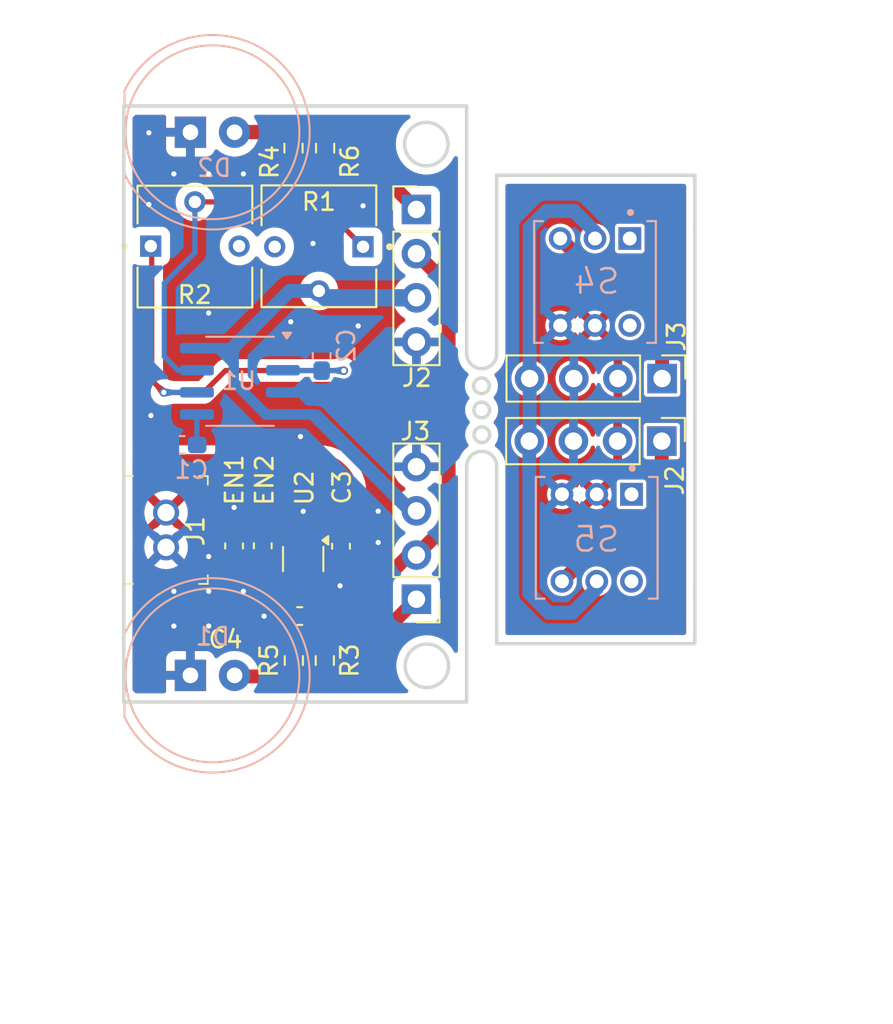
<source format=kicad_pcb>
(kicad_pcb (version 20240108) (generator "pcbnew") (generator_version "8.0")
  (layers (0 "F.Cu" signal) (31 "B.Cu" signal) (34 "B.Paste" user) (35 "F.Paste" user) (36 "B.SilkS" user "B.Silkscreen") (37 "F.SilkS" user "F.Silkscreen") (38 "B.Mask" user) (39 "F.Mask" user) (44 "Edge.Cuts" user))
  (net 0 "")
  (net 1 "Net-(U1-CV)")
  (net 2 "GND")
  (net 3 "/VT")
  (net 4 "+3V7")
  (net 5 "+3V3")
  (net 6 "Net-(D1-A)")
  (net 7 "Net-(D2-A)")
  (net 8 "Net-(U2-EN)")
  (net 10 "Net-(U1-DIS)")
  (net 12 "/Vout")
  (net 14 "/S1")
  (net 15 "/S2")
  (net 16 "Vcc")
  (footprint "3362P_1_103LF-2 2:TRIM_3362P-1-103LF" (layer "F.Cu") (at 113.59 94.465 180)
    (property "Reference" "R1" (at 0 2.585 0) (layer "F.SilkS") (effects (font (size 1.002756 1.002756))))
    (property "Value" "10k")
    (fp_line (start 3.3 3.53) (end -3.3 3.53) (stroke (width 0.127)) (layer "F.SilkS"))
    (fp_line (start 3.3 1.235) (end 3.3 3.52) (stroke (width 0.127)) (layer "F.SilkS"))
    (fp_line (start 3.3 -3.47) (end 3.3 -1.305) (stroke (width 0.127)) (layer "F.SilkS"))
    (fp_line (start -3.3 3.52) (end -3.3 1.235) (stroke (width 0.127)) (layer "F.SilkS"))
    (fp_line (start -3.3 -1.305) (end -3.3 -3.47) (stroke (width 0.127)) (layer "F.SilkS"))
    (fp_line (start -3.3 -3.47) (end 3.3 -3.47) (stroke (width 0.127)) (layer "F.SilkS"))
    (fp_circle (center -4.064 0) (end -3.964 0) (stroke (width 0.2)) (fill none) (layer "F.SilkS"))
    (pad "1" thru_hole rect (at -2.54 0 180) (size 1.222 1.222) (drill 0.714) (layers "*.Cu" "*.Mask") (net 10 "Net-(U1-DIS)"))
    (pad "2" thru_hole circle (at 0 -2.54 180) (size 1.222 1.222) (drill 0.714) (layers "*.Cu" "*.Mask") (net 16 "Vcc"))
    (pad "3" thru_hole circle (at 2.54 0 180) (size 1.222 1.222) (drill 0.714) (layers "*.Cu" "*.Mask"))
  )
  (footprint "Connector_PinHeader_2.54mm:PinHeader_1x04_P2.54mm_Vertical" (layer "F.Cu") (at 119.2 114.73 180)
    (property "Reference" "J3" (at 0.06 9.65 180) (layer "F.SilkS"))
    (property "Value" "Conn_01x04_Pin")
    (fp_line (start 1.33 1.27) (end 1.33 8.95) (stroke (width 0.12)) (layer "F.SilkS"))
    (fp_line (start -1.33 8.95) (end 1.33 8.95) (stroke (width 0.12)) (layer "F.SilkS"))
    (fp_line (start -1.33 1.27) (end 1.33 1.27) (stroke (width 0.12)) (layer "F.SilkS"))
    (fp_line (start -1.33 1.27) (end -1.33 8.95) (stroke (width 0.12)) (layer "F.SilkS"))
    (fp_line (start -1.33 0) (end -1.33 -1.33) (stroke (width 0.12)) (layer "F.SilkS"))
    (fp_line (start -1.33 -1.33) (end 0 -1.33) (stroke (width 0.12)) (layer "F.SilkS"))
    (pad "1" thru_hole rect (at 0 0 180) (size 1.7 1.7) (drill 1) (layers "*.Cu" "*.Mask") (net 14 "/S1"))
    (pad "2" thru_hole oval (at 0 2.54 180) (size 1.7 1.7) (drill 1) (layers "*.Cu" "*.Mask") (net 5 "+3V3"))
    (pad "3" thru_hole oval (at 0 5.08 180) (size 1.7 1.7) (drill 1) (layers "*.Cu" "*.Mask") (net 16 "Vcc"))
    (pad "4" thru_hole oval (at 0 7.62 180) (size 1.7 1.7) (drill 1) (layers "*.Cu" "*.Mask") (net 12 "/Vout"))
  )
  (footprint "Resistor_SMD:R_0603_1608Metric_Pad0.98x0.95mm_HandSolder" (layer "F.Cu") (at 113.95 88.7925 90)
    (property "Reference" "R4" (at -0.8025 -3.19 90) (layer "F.SilkS"))
    (property "Value" "1.5k")
    (fp_line (start -0.254724 -0.5225) (end 0.254724 -0.5225) (stroke (width 0.12)) (layer "F.SilkS"))
    (fp_line (start -0.254724 0.5225) (end 0.254724 0.5225) (stroke (width 0.12)) (layer "F.SilkS"))
    (pad "1" smd roundrect (at -0.9125 0 90) (size 0.975 0.95) (layers "F.Cu" "F.Paste" "F.Mask") (net 15 "/S2"))
    (pad "2" smd roundrect (at 0.9125 0 90) (size 0.975 0.95) (layers "F.Cu" "F.Paste" "F.Mask") (net 7 "Net-(D2-A)"))
  )
  (footprint "Package_TO_SOT_SMD:SOT-353_SC-70-5_Handsoldering" (layer "F.Cu") (at 112.6875 112.425 -90)
    (property "Reference" "U2" (at -4.095 -0.0725 90) (layer "F.SilkS"))
    (property "Value" "MIC5365-3.3YC5")
    (fp_line (start -0.7 1.16) (end 0.7 1.16) (stroke (width 0.12)) (layer "F.SilkS"))
    (fp_line (start -0.71 -1.16) (end 0.7 -1.16) (stroke (width 0.12)) (layer "F.SilkS"))
    (fp_poly (pts (xy -1.08 -1.11) (xy -1.32 -1.44) (xy -0.84 -1.44) (xy -1.08 -1.11)) (stroke (width 0.12)) (fill solid) (layer "F.SilkS"))
    (pad "1" smd roundrect (at -1.33 -0.65 270) (size 1.5 0.4) (layers "F.Cu" "F.Paste" "F.Mask") (net 4 "+3V7"))
    (pad "2" smd roundrect (at -1.33 0 270) (size 1.5 0.4) (layers "F.Cu" "F.Paste" "F.Mask") (net 2 "GND"))
    (pad "3" smd roundrect (at -1.33 0.65 270) (size 1.5 0.4) (layers "F.Cu" "F.Paste" "F.Mask") (net 8 "Net-(U2-EN)"))
    (pad "4" smd roundrect (at 1.33 0.65 270) (size 1.5 0.4) (layers "F.Cu" "F.Paste" "F.Mask"))
    (pad "5" smd roundrect (at 1.33 -0.65 270) (size 1.5 0.4) (layers "F.Cu" "F.Paste" "F.Mask") (net 5 "+3V3"))
  )
  (footprint "Capacitor_SMD:C_0603_1608Metric_Pad1.08x0.95mm_HandSolder" (layer "F.Cu") (at 112.4875 115.7 180)
    (property "Reference" "C4" (at 4.2675 -1.34 0) (layer "F.SilkS"))
    (property "Value" "1uF")
    (fp_line (start -0.146267 0.51) (end 0.146267 0.51) (stroke (width 0.12)) (layer "F.SilkS"))
    (fp_line (start -0.146267 -0.51) (end 0.146267 -0.51) (stroke (width 0.12)) (layer "F.SilkS"))
    (pad "1" smd roundrect (at -0.8625 0 180) (size 1.075 0.95) (layers "F.Cu" "F.Paste" "F.Mask") (net 5 "+3V3"))
    (pad "2" smd roundrect (at 0.8625 0 180) (size 1.075 0.95) (layers "F.Cu" "F.Paste" "F.Mask") (net 2 "GND"))
  )
  (footprint "Connector_PinHeader_2.54mm:PinHeader_1x04_P2.54mm_Vertical" (layer "F.Cu") (at 133.31 105.64 -90)
    (property "Reference" "J2" (at 2.26 -0.75 90) (layer "F.SilkS"))
    (property "Value" "Conn_01x04_Pin")
    (fp_line (start -1.33 8.95) (end 1.33 8.95) (stroke (width 0.12)) (layer "F.SilkS"))
    (fp_line (start -1.33 1.27) (end -1.33 8.95) (stroke (width 0.12)) (layer "F.SilkS"))
    (fp_line (start -1.33 1.27) (end 1.33 1.27) (stroke (width 0.12)) (layer "F.SilkS"))
    (fp_line (start 1.33 1.27) (end 1.33 8.95) (stroke (width 0.12)) (layer "F.SilkS"))
    (fp_line (start -1.33 0) (end -1.33 -1.33) (stroke (width 0.12)) (layer "F.SilkS"))
    (fp_line (start -1.33 -1.33) (end 0 -1.33) (stroke (width 0.12)) (layer "F.SilkS"))
    (pad "1" thru_hole rect (at 0 0 270) (size 1.7 1.7) (drill 1) (layers "*.Cu" "*.Mask") (net 15 "/S2"))
    (pad "2" thru_hole oval (at 0 2.54 270) (size 1.7 1.7) (drill 1) (layers "*.Cu" "*.Mask") (net 5 "+3V3"))
    (pad "3" thru_hole oval (at 0 5.08 270) (size 1.7 1.7) (drill 1) (layers "*.Cu" "*.Mask") (net 16 "Vcc"))
    (pad "4" thru_hole oval (at 0 7.62 270) (size 1.7 1.7) (drill 1) (layers "*.Cu" "*.Mask") (net 12 "/Vout"))
  )
  (footprint "Connector_PinHeader_2.54mm:PinHeader_1x04_P2.54mm_Vertical" (layer "F.Cu") (at 133.33 102.04 -90)
    (property "Reference" "J3" (at -2.41 -0.82 90) (layer "F.SilkS"))
    (property "Value" "Conn_01x04_Pin")
    (fp_line (start -1.33 8.95) (end 1.33 8.95) (stroke (width 0.12)) (layer "F.SilkS"))
    (fp_line (start -1.33 1.27) (end -1.33 8.95) (stroke (width 0.12)) (layer "F.SilkS"))
    (fp_line (start -1.33 1.27) (end 1.33 1.27) (stroke (width 0.12)) (layer "F.SilkS"))
    (fp_line (start 1.33 1.27) (end 1.33 8.95) (stroke (width 0.12)) (layer "F.SilkS"))
    (fp_line (start -1.33 0) (end -1.33 -1.33) (stroke (width 0.12)) (layer "F.SilkS"))
    (fp_line (start -1.33 -1.33) (end 0 -1.33) (stroke (width 0.12)) (layer "F.SilkS"))
    (pad "1" thru_hole rect (at 0 0 270) (size 1.7 1.7) (drill 1) (layers "*.Cu" "*.Mask") (net 14 "/S1"))
    (pad "2" thru_hole oval (at 0 2.54 270) (size 1.7 1.7) (drill 1) (layers "*.Cu" "*.Mask") (net 5 "+3V3"))
    (pad "3" thru_hole oval (at 0 5.08 270) (size 1.7 1.7) (drill 1) (layers "*.Cu" "*.Mask") (net 16 "Vcc"))
    (pad "4" thru_hole oval (at 0 7.62 270) (size 1.7 1.7) (drill 1) (layers "*.Cu" "*.Mask") (net 12 "/Vout"))
  )
  (footprint "3362P_1_103LF-2 2:TRIM_3362P-1-103LF" (layer "F.Cu") (at 106.46 94.425)
    (property "Reference" "R2" (at -0.01 2.805 0) (layer "F.SilkS") (effects (font (size 1.002756 1.002756))))
    (property "Value" "10k")
    (fp_line (start -3.3 -3.47) (end 3.3 -3.47) (stroke (width 0.127)) (layer "F.SilkS"))
    (fp_line (start -3.3 -1.305) (end -3.3 -3.47) (stroke (width 0.127)) (layer "F.SilkS"))
    (fp_line (start -3.3 3.52) (end -3.3 1.235) (stroke (width 0.127)) (layer "F.SilkS"))
    (fp_line (start 3.3 -3.47) (end 3.3 -1.305) (stroke (width 0.127)) (layer "F.SilkS"))
    (fp_line (start 3.3 1.235) (end 3.3 3.52) (stroke (width 0.127)) (layer "F.SilkS"))
    (fp_line (start 3.3 3.53) (end -3.3 3.53) (stroke (width 0.127)) (layer "F.SilkS"))
    (fp_circle (center -4.064 0) (end -3.964 0) (stroke (width 0.2)) (fill none) (layer "F.SilkS"))
    (pad "1" thru_hole rect (at -2.54 0) (size 1.222 1.222) (drill 0.714) (layers "*.Cu" "*.Mask") (net 3 "/VT"))
    (pad "2" thru_hole circle (at 0 -2.54) (size 1.222 1.222) (drill 0.714) (layers "*.Cu" "*.Mask") (net 10 "Net-(U1-DIS)"))
    (pad "3" thru_hole circle (at 2.54 0) (size 1.222 1.222) (drill 0.714) (layers "*.Cu" "*.Mask"))
  )
  (footprint "Connector_PinHeader_2.54mm:PinHeader_1x04_P2.54mm_Vertical" (layer "F.Cu") (at 119.2 92.32)
    (property "Reference" "J2" (at 0.02 9.68 0) (layer "F.SilkS"))
    (property "Value" "Conn_01x04_Pin")
    (fp_line (start -1.33 -1.33) (end 0 -1.33) (stroke (width 0.12)) (layer "F.SilkS"))
    (fp_line (start -1.33 0) (end -1.33 -1.33) (stroke (width 0.12)) (layer "F.SilkS"))
    (fp_line (start -1.33 1.27) (end -1.33 8.95) (stroke (width 0.12)) (layer "F.SilkS"))
    (fp_line (start -1.33 1.27) (end 1.33 1.27) (stroke (width 0.12)) (layer "F.SilkS"))
    (fp_line (start -1.33 8.95) (end 1.33 8.95) (stroke (width 0.12)) (layer "F.SilkS"))
    (fp_line (start 1.33 1.27) (end 1.33 8.95) (stroke (width 0.12)) (layer "F.SilkS"))
    (pad "1" thru_hole rect (at 0 0) (size 1.7 1.7) (drill 1) (layers "*.Cu" "*.Mask") (net 15 "/S2"))
    (pad "2" thru_hole oval (at 0 2.54) (size 1.7 1.7) (drill 1) (layers "*.Cu" "*.Mask") (net 5 "+3V3"))
    (pad "3" thru_hole oval (at 0 5.08) (size 1.7 1.7) (drill 1) (layers "*.Cu" "*.Mask") (net 16 "Vcc"))
    (pad "4" thru_hole oval (at 0 7.62) (size 1.7 1.7) (drill 1) (layers "*.Cu" "*.Mask") (net 12 "/Vout"))
  )
  (footprint "Resistor_SMD:R_0603_1608Metric_Pad0.98x0.95mm_HandSolder" (layer "F.Cu") (at 112.15 118.2575 90)
    (property "Reference" "R5" (at 0 -1.43 90) (layer "F.SilkS"))
    (property "Value" "1.5k")
    (fp_line (start -0.254724 -0.5225) (end 0.254724 -0.5225) (stroke (width 0.12)) (layer "F.SilkS"))
    (fp_line (start -0.254724 0.5225) (end 0.254724 0.5225) (stroke (width 0.12)) (layer "F.SilkS"))
    (pad "1" smd roundrect (at -0.9125 0 90) (size 0.975 0.95) (layers "F.Cu" "F.Paste" "F.Mask") (net 6 "Net-(D1-A)"))
    (pad "2" smd roundrect (at 0.9125 0 90) (size 0.975 0.95) (layers "F.Cu" "F.Paste" "F.Mask") (net 2 "GND"))
  )
  (footprint "Capacitor_SMD:C_0603_1608Metric_Pad1.08x0.95mm_HandSolder" (layer "F.Cu") (at 108.7125 111.6675 -90)
    (property "Reference" "EN2" (at -3.7875 -1.7475 90) (layer "F.SilkS"))
    (property "Value" "0")
    (fp_line (start -0.146267 0.51) (end 0.146267 0.51) (stroke (width 0.12)) (layer "F.SilkS"))
    (fp_line (start -0.146267 -0.51) (end 0.146267 -0.51) (stroke (width 0.12)) (layer "F.SilkS"))
    (pad "1" smd roundrect (at -0.8625 0 270) (size 1.075 0.95) (layers "F.Cu" "F.Paste" "F.Mask") (net 2 "GND"))
    (pad "2" smd roundrect (at 0.8625 0 270) (size 1.075 0.95) (layers "F.Cu" "F.Paste" "F.Mask") (net 8 "Net-(U2-EN)"))
  )
  (footprint "Capacitor_SMD:C_0603_1608Metric_Pad1.08x0.95mm_HandSolder" (layer "F.Cu") (at 110.3625 111.66 90)
    (property "Reference" "EN1" (at 3.79 -1.6325 90) (layer "F.SilkS"))
    (property "Value" "0")
    (fp_line (start -0.146267 -0.51) (end 0.146267 -0.51) (stroke (width 0.12)) (layer "F.SilkS"))
    (fp_line (start -0.146267 0.51) (end 0.146267 0.51) (stroke (width 0.12)) (layer "F.SilkS"))
    (pad "1" smd roundrect (at -0.8625 0 90) (size 1.075 0.95) (layers "F.Cu" "F.Paste" "F.Mask") (net 8 "Net-(U2-EN)"))
    (pad "2" smd roundrect (at 0.8625 0 90) (size 1.075 0.95) (layers "F.Cu" "F.Paste" "F.Mask") (net 4 "+3V7"))
  )
  (footprint "Resistor_SMD:R_0603_1608Metric_Pad0.98x0.95mm_HandSolder" (layer "F.Cu") (at 112.13 88.7925 -90)
    (property "Reference" "R6" (at 0.7775 -3.24 90) (layer "F.SilkS"))
    (property "Value" "1.5k")
    (fp_line (start -0.254724 0.5225) (end 0.254724 0.5225) (stroke (width 0.12)) (layer "F.SilkS"))
    (fp_line (start -0.254724 -0.5225) (end 0.254724 -0.5225) (stroke (width 0.12)) (layer "F.SilkS"))
    (pad "1" smd roundrect (at -0.9125 0 270) (size 0.975 0.95) (layers "F.Cu" "F.Paste" "F.Mask") (net 7 "Net-(D2-A)"))
    (pad "2" smd roundrect (at 0.9125 0 270) (size 0.975 0.95) (layers "F.Cu" "F.Paste" "F.Mask") (net 2 "GND"))
  )
  (footprint "Resistor_SMD:R_0603_1608Metric_Pad0.98x0.95mm_HandSolder" (layer "F.Cu") (at 113.93 118.2575 -90)
    (property "Reference" "R3" (at 0 -1.43 90) (layer "F.SilkS"))
    (property "Value" "1.5k")
    (fp_line (start -0.254724 0.5225) (end 0.254724 0.5225) (stroke (width 0.12)) (layer "F.SilkS"))
    (fp_line (start -0.254724 -0.5225) (end 0.254724 -0.5225) (stroke (width 0.12)) (layer "F.SilkS"))
    (pad "1" smd roundrect (at -0.9125 0 270) (size 0.975 0.95) (layers "F.Cu" "F.Paste" "F.Mask") (net 14 "/S1"))
    (pad "2" smd roundrect (at 0.9125 0 270) (size 0.975 0.95) (layers "F.Cu" "F.Paste" "F.Mask") (net 6 "Net-(D1-A)"))
  )
  (footprint "digikey-footprints:PinHeader_1x2_P2mm_Drill1mm" (layer "F.Cu") (at 104.8 111.75 90)
    (property "Reference" "J1" (at 0.93 1.69 90) (layer "F.SilkS"))
    (property "Value" "B2B-PH-K-S_LF__SN_")
    (fp_line (start 4.1 -2.4) (end 3.6 -2.4) (stroke (width 0.1)) (layer "F.SilkS"))
    (fp_line (start 4.1 -2.4) (end 4.1 -1.9) (stroke (width 0.1)) (layer "F.SilkS"))
    (fp_line (start -2.1 -2.4) (end -1.6 -2.4) (stroke (width 0.1)) (layer "F.SilkS"))
    (fp_line (start -2.1 -2.4) (end -2.1 -1.9) (stroke (width 0.1)) (layer "F.SilkS"))
    (fp_line (start 4.1 2.4) (end 4.1 1.9) (stroke (width 0.1)) (layer "F.SilkS"))
    (fp_line (start 4.1 2.4) (end 3.6 2.4) (stroke (width 0.1)) (layer "F.SilkS"))
    (fp_line (start -2.1 2.4) (end -2.1 1.9) (stroke (width 0.1)) (layer "F.SilkS"))
    (fp_line (start -2.1 2.4) (end -1.6 2.4) (stroke (width 0.1)) (layer "F.SilkS"))
    (pad "1" thru_hole circle (at 0 0 90) (size 1.5 1.5) (drill 1) (layers "*.Cu" "*.Mask") (net 2 "GND"))
    (pad "2" thru_hole circle (at 2 0 90) (size 1.5 1.5) (drill 1) (layers "*.Cu" "*.Mask") (net 4 "+3V7"))
  )
  (footprint "Capacitor_SMD:C_0603_1608Metric_Pad1.08x0.95mm_HandSolder" (layer "F.Cu") (at 114.8625 111.6825 -90)
    (property "Reference" "C3" (at -3.3825 -0.0475 90) (layer "F.SilkS"))
    (property "Value" "1uF")
    (fp_line (start -0.146267 0.51) (end 0.146267 0.51) (stroke (width 0.12)) (layer "F.SilkS"))
    (fp_line (start -0.146267 -0.51) (end 0.146267 -0.51) (stroke (width 0.12)) (layer "F.SilkS"))
    (pad "1" smd roundrect (at -0.8625 0 270) (size 1.075 0.95) (layers "F.Cu" "F.Paste" "F.Mask") (net 4 "+3V7"))
    (pad "2" smd roundrect (at 0.8625 0 270) (size 1.075 0.95) (layers "F.Cu" "F.Paste" "F.Mask") (net 2 "GND"))
  )
  (footprint "TL2230EEF100-2:SW_TL2230EEF100" (layer "B.Cu") (at 129.47 96.49 180)
    (property "Reference" "S4" (at -0.09 0.03 0) (layer "B.SilkS") (effects (font (size 1.4 1.4)) (justify mirror)))
    (property "Value" "TL2230EEF100")
    (fp_line (start 3.5 3.5) (end 3 3.5) (stroke (width 0.127)) (layer "B.SilkS"))
    (fp_line (start 3.5 -3.5) (end 3.5 3.5) (stroke (width 0.127)) (layer "B.SilkS"))
    (fp_line (start 3.5 -3.5) (end 3 -3.5) (stroke (width 0.127)) (layer "B.SilkS"))
    (fp_line (start -3 3.5) (end -3.5 3.5) (stroke (width 0.127)) (layer "B.SilkS"))
    (fp_line (start -3 -3.5) (end -3.5 -3.5) (stroke (width 0.127)) (layer "B.SilkS"))
    (fp_line (start -3.5 3.5) (end -3.5 -3.5) (stroke (width 0.127)) (layer "B.SilkS"))
    (fp_circle (center -2.04 4) (end -1.94 4) (stroke (width 0.2)) (fill none) (layer "B.SilkS"))
    (pad "1" thru_hole rect (at -2 2.5 180) (size 1.308 1.308) (drill 0.8) (layers "*.Cu" "*.Mask"))
    (pad "2" thru_hole circle (at 0 2.5 180) (size 1.308 1.308) (drill 0.8) (layers "*.Cu" "*.Mask") (net 12 "/Vout"))
    (pad "3" thru_hole circle (at 2 2.5 180) (size 1.308 1.308) (drill 0.8) (layers "*.Cu" "*.Mask") (net 14 "/S1"))
    (pad "4" thru_hole circle (at -2 -2.5 180) (size 1.308 1.308) (drill 0.8) (layers "*.Cu" "*.Mask"))
    (pad "5" thru_hole circle (at 0 -2.5 180) (size 1.308 1.308) (drill 0.8) (layers "*.Cu" "*.Mask") (net 5 "+3V3"))
    (pad "6" thru_hole circle (at 2 -2.5 180) (size 1.308 1.308) (drill 0.8) (layers "*.Cu" "*.Mask") (net 16 "Vcc"))
  )
  (footprint "LED_THT:LED_D10.0mm" (layer "B.Cu") (at 106.2 119.11)
    (property "Reference" "D1" (at 1.28 -2.23 0) (layer "B.SilkS") (effects (justify mirror)))
    (property "Value" "LED")
    (fp_line (start -3.79 -2.376) (end -3.79 2.376) (stroke (width 0.12)) (layer "B.SilkS"))
    (fp_arc (start -3.79 -2.375816) (mid 2.484794 -5.456407) (end 6.859998 -0.004741) (stroke (width 0.12)) (layer "B.SilkS"))
    (fp_arc (start 6.859998 0.004741) (mid 2.484794 5.456407) (end -3.79 2.375816) (stroke (width 0.12)) (layer "B.SilkS"))
    (fp_circle (center 1.27 0) (end 6.27 0) (stroke (width 0.12)) (fill none) (layer "B.SilkS"))
    (pad "1" thru_hole rect (at 0 0) (size 1.8 1.8) (drill 0.9) (layers "*.Cu" "*.Mask") (net 2 "GND"))
    (pad "2" thru_hole circle (at 2.54 0) (size 1.8 1.8) (drill 0.9) (layers "*.Cu" "*.Mask") (net 6 "Net-(D1-A)"))
  )
  (footprint "Package_SO:SOIC-8_3.9x4.9mm_P1.27mm" (layer "B.Cu") (at 109.05 102.2 180)
    (property "Reference" "U1" (at 0.07 0.02 0) (layer "B.SilkS") (effects (justify mirror)))
    (property "Value" "LM555xM")
    (fp_line (start 1.95 2.56) (end 0 2.56) (stroke (width 0.12)) (layer "B.SilkS"))
    (fp_line (start 1.95 -2.56) (end 0 -2.56) (stroke (width 0.12)) (layer "B.SilkS"))
    (fp_line (start -1.95 2.56) (end 0 2.56) (stroke (width 0.12)) (layer "B.SilkS"))
    (fp_line (start -1.95 -2.56) (end 0 -2.56) (stroke (width 0.12)) (layer "B.SilkS"))
    (fp_poly (pts (xy -2.7 2.465) (xy -2.94 2.795) (xy -2.46 2.795) (xy -2.7 2.465)) (stroke (width 0.12)) (fill solid) (layer "B.SilkS"))
    (pad "1" smd roundrect (at -2.475 1.905 180) (size 1.95 0.6) (layers "B.Cu" "B.Paste" "B.Mask") (net 2 "GND"))
    (pad "2" smd roundrect (at -2.475 0.635 180) (size 1.95 0.6) (layers "B.Cu" "B.Paste" "B.Mask") (net 3 "/VT"))
    (pad "3" smd roundrect (at -2.475 -0.635 180) (size 1.95 0.6) (layers "B.Cu" "B.Paste" "B.Mask") (net 12 "/Vout"))
    (pad "4" smd roundrect (at -2.475 -1.905 180) (size 1.95 0.6) (layers "B.Cu" "B.Paste" "B.Mask") (net 16 "Vcc"))
    (pad "5" smd roundrect (at 2.475 -1.905 180) (size 1.95 0.6) (layers "B.Cu" "B.Paste" "B.Mask") (net 1 "Net-(U1-CV)"))
    (pad "6" smd roundrect (at 2.475 -0.635 180) (size 1.95 0.6) (layers "B.Cu" "B.Paste" "B.Mask") (net 3 "/VT"))
    (pad "7" smd roundrect (at 2.475 0.635 180) (size 1.95 0.6) (layers "B.Cu" "B.Paste" "B.Mask") (net 10 "Net-(U1-DIS)"))
    (pad "8" smd roundrect (at 2.475 1.905 180) (size 1.95 0.6) (layers "B.Cu" "B.Paste" "B.Mask") (net 16 "Vcc"))
  )
  (footprint "Capacitor_SMD:C_0603_1608Metric_Pad1.08x0.95mm_HandSolder" (layer "B.Cu") (at 113.75 100.7275 90)
    (property "Reference" "C2" (at 0.5775 1.42 90) (layer "B.SilkS") (effects (justify mirror)))
    (property "Value" "470uF")
    (fp_line (start 0.146267 -0.51) (end -0.146267 -0.51) (stroke (width 0.12)) (layer "B.SilkS"))
    (fp_line (start 0.146267 0.51) (end -0.146267 0.51) (stroke (width 0.12)) (layer "B.SilkS"))
    (pad "1" smd roundrect (at -0.8625 0 90) (size 1.075 0.95) (layers "B.Cu" "B.Paste" "B.Mask") (net 3 "/VT"))
    (pad "2" smd roundrect (at 0.8625 0 90) (size 1.075 0.95) (layers "B.Cu" "B.Paste" "B.Mask") (net 2 "GND"))
  )
  (footprint "LED_THT:LED_D10.0mm" (layer "B.Cu") (at 106.2 87.88)
    (property "Reference" "D2" (at 1.37 2.05 0) (layer "B.SilkS") (effects (justify mirror)))
    (property "Value" "LED")
    (fp_line (start -3.79 -2.376) (end -3.79 2.376) (stroke (width 0.12)) (layer "B.SilkS"))
    (fp_arc (start -3.79 -2.375816) (mid 2.484794 -5.456407) (end 6.859998 -0.004741) (stroke (width 0.12)) (layer "B.SilkS"))
    (fp_arc (start 6.859998 0.004741) (mid 2.484794 5.456407) (end -3.79 2.375816) (stroke (width 0.12)) (layer "B.SilkS"))
    (fp_circle (center 1.27 0) (end 6.27 0) (stroke (width 0.12)) (fill none) (layer "B.SilkS"))
    (pad "1" thru_hole rect (at 0 0) (size 1.8 1.8) (drill 0.9) (layers "*.Cu" "*.Mask") (net 2 "GND"))
    (pad "2" thru_hole circle (at 2.54 0) (size 1.8 1.8) (drill 0.9) (layers "*.Cu" "*.Mask") (net 7 "Net-(D2-A)"))
  )
  (footprint "Capacitor_SMD:C_0603_1608Metric_Pad1.08x0.95mm_HandSolder" (layer "B.Cu") (at 105.7275 105.86 180)
    (property "Reference" "C1" (at -0.5325 -1.43 0) (layer "B.SilkS") (effects (justify mirror)))
    (property "Value" "0.01uF")
    (fp_line (start 0.146267 0.51) (end -0.146267 0.51) (stroke (width 0.12)) (layer "B.SilkS"))
    (fp_line (start 0.146267 -0.51) (end -0.146267 -0.51) (stroke (width 0.12)) (layer "B.SilkS"))
    (pad "1" smd roundrect (at -0.8625 0 180) (size 1.075 0.95) (layers "B.Cu" "B.Paste" "B.Mask") (net 1 "Net-(U1-CV)"))
    (pad "2" smd roundrect (at 0.8625 0 180) (size 1.075 0.95) (layers "B.Cu" "B.Paste" "B.Mask") (net 2 "GND"))
  )
  (footprint "TL2230EEF100-2:SW_TL2230EEF100" (layer "B.Cu") (at 129.57 111.2 180)
    (property "Reference" "S5" (at 0.02 -0.09 0) (layer "B.SilkS") (effects (font (size 1.4 1.4)) (justify mirror)))
    (property "Value" "TL2230EEF100")
    (fp_line (start 3.5 3.5) (end 3 3.5) (stroke (width 0.127)) (layer "B.SilkS"))
    (fp_line (start 3.5 -3.5) (end 3.5 3.5) (stroke (width 0.127)) (layer "B.SilkS"))
    (fp_line (start 3.5 -3.5) (end 3 -3.5) (stroke (width 0.127)) (layer "B.SilkS"))
    (fp_line (start -3 3.5) (end -3.5 3.5) (stroke (width 0.127)) (layer "B.SilkS"))
    (fp_line (start -3 -3.5) (end -3.5 -3.5) (stroke (width 0.127)) (layer "B.SilkS"))
    (fp_line (start -3.5 3.5) (end -3.5 -3.5) (stroke (width 0.127)) (layer "B.SilkS"))
    (fp_circle (center -2.04 4) (end -1.94 4) (stroke (width 0.2)) (fill none) (layer "B.SilkS"))
    (pad "1" thru_hole rect (at -2 2.5 180) (size 1.308 1.308) (drill 0.8) (layers "*.Cu" "*.Mask"))
    (pad "2" thru_hole circle (at 0 2.5 180) (size 1.308 1.308) (drill 0.8) (layers "*.Cu" "*.Mask") (net 5 "+3V3"))
    (pad "3" thru_hole circle (at 2 2.5 180) (size 1.308 1.308) (drill 0.8) (layers "*.Cu" "*.Mask") (net 16 "Vcc"))
    (pad "4" thru_hole circle (at -2 -2.5 180) (size 1.308 1.308) (drill 0.8) (layers "*.Cu" "*.Mask"))
    (pad "5" thru_hole circle (at 0 -2.5 180) (size 1.308 1.308) (drill 0.8) (layers "*.Cu" "*.Mask") (net 12 "/Vout"))
    (pad "6" thru_hole circle (at 2 -2.5 180) (size 1.308 1.308) (drill 0.8) (layers "*.Cu" "*.Mask") (net 15 "/S2"))
  )
  (gr_line (start 123.82 93.35) (end 123.82 100.61) (stroke (width 0.2)) (layer "Edge.Cuts"))
  (gr_line (start 123.82 114.29) (end 123.82 117.29) (stroke (width 0.2)) (layer "Edge.Cuts"))
  (gr_circle (center 122.955 103.85) (end 123.405 103.85) (stroke (width 0.2)) (fill none) (layer "Edge.Cuts"))
  (gr_line (start 123.82 114.29) (end 123.82 107.09) (stroke (width 0.2)) (layer "Edge.Cuts"))
  (gr_circle (center 122.94 102.46) (end 123.39 102.46) (stroke (width 0.2)) (fill none) (layer "Edge.Cuts"))
  (gr_line (start 102.37 86.37) (end 102.37 90.37) (stroke (width 0.2)) (layer "Edge.Cuts"))
  (gr_line (start 126.82 90.35) (end 123.82 90.35) (stroke (width 0.2)) (layer "Edge.Cuts"))
  (gr_arc (start 123.82 100.61) (mid 122.955 101.475) (end 122.09 100.61) (stroke (width 0.2)) (layer "Edge.Cuts"))
  (gr_line (start 122.09 120.64) (end 122.09 116.64) (stroke (width 0.2)) (layer "Edge.Cuts"))
  (gr_line (start 132.21 117.29) (end 135.21 117.29) (stroke (width 0.2)) (layer "Edge.Cuts"))
  (gr_line (start 122.09 86.37) (end 122.09 90.37) (stroke (width 0.2)) (layer "Edge.Cuts"))
  (gr_line (start 118.09 120.64) (end 122.09 120.64) (stroke (width 0.2)) (layer "Edge.Cuts"))
  (gr_line (start 106.37 86.37) (end 102.37 86.37) (stroke (width 0.2)) (layer "Edge.Cuts"))
  (gr_line (start 135.21 93.35) (end 135.21 90.35) (stroke (width 0.2)) (layer "Edge.Cuts"))
  (gr_circle (center 119.77 88.56) (end 121.02 88.56) (stroke (width 0.2)) (fill none) (layer "Edge.Cuts"))
  (gr_line (start 122.09 90.37) (end 122.09 100.61) (stroke (width 0.2)) (layer "Edge.Cuts"))
  (gr_line (start 122.09 116.64) (end 122.09 107.09) (stroke (width 0.2)) (layer "Edge.Cuts"))
  (gr_line (start 126.82 117.29) (end 123.82 117.29) (stroke (width 0.2)) (layer "Edge.Cuts"))
  (gr_circle (center 119.8 118.56) (end 121.05 118.56) (stroke (width 0.2)) (fill none) (layer "Edge.Cuts"))
  (gr_line (start 118.09 86.37) (end 122.09 86.37) (stroke (width 0.2)) (layer "Edge.Cuts"))
  (gr_line (start 102.37 116.64) (end 102.37 90.37) (stroke (width 0.2)) (layer "Edge.Cuts"))
  (gr_line (start 132.21 117.29) (end 126.82 117.29) (stroke (width 0.2)) (layer "Edge.Cuts"))
  (gr_line (start 135.21 90.35) (end 132.21 90.35) (stroke (width 0.2)) (layer "Edge.Cuts"))
  (gr_line (start 126.82 90.35) (end 132.21 90.35) (stroke (width 0.2)) (layer "Edge.Cuts"))
  (gr_line (start 135.21 114.29) (end 135.21 117.29) (stroke (width 0.2)) (layer "Edge.Cuts"))
  (gr_line (start 106.37 120.64) (end 102.37 120.64) (stroke (width 0.2)) (layer "Edge.Cuts"))
  (gr_circle (center 122.96 105.27) (end 123.41 105.27) (stroke (width 0.2)) (fill none) (layer "Edge.Cuts"))
  (gr_line (start 102.37 120.64) (end 102.37 116.64) (stroke (width 0.2)) (layer "Edge.Cuts"))
  (gr_line (start 123.82 93.35) (end 123.82 90.35) (stroke (width 0.2)) (layer "Edge.Cuts"))
  (gr_line (start 106.37 86.37) (end 118.09 86.37) (stroke (width 0.2)) (layer "Edge.Cuts"))
  (gr_arc (start 122.09 107.09) (mid 122.955 106.225) (end 123.82 107.09) (stroke (width 0.2)) (layer "Edge.Cuts"))
  (gr_line (start 135.21 93.35) (end 135.21 114.29) (stroke (width 0.2)) (layer "Edge.Cuts"))
  (gr_line (start 118.09 120.64) (end 106.37 120.64) (stroke (width 0.2)) (layer "Edge.Cuts"))
  (segment (start 106.575 104.105) (end 106.575 105.845) (width 0.3) (layer "B.Cu") (net 1))
  (segment (start 112.85 112.2425) (end 113.0375 112.43) (width 0.5) (layer "F.Cu") (net 2))
  (segment (start 112.6875 112.08) (end 112.85 112.2425) (width 0.3) (layer "F.Cu") (net 2))
  (segment (start 110.4625 115.705) (end 110.4375 115.705) (width 0.2) (layer "F.Cu") (net 2))
  (segment (start 110.4375 115.705) (end 110.4375 115.73) (width 0.2) (layer "F.Cu") (net 2))
  (segment (start 110.4375 115.73) (end 110.4625 115.705) (width 0.2) (layer "F.Cu") (net 2))
  (segment (start 110.4675 115.7) (end 110.4625 115.705) (width 0.2) (layer "F.Cu") (net 2))
  (segment (start 110.4425 115.7) (end 110.4375 115.705) (width 0.3) (layer "F.Cu") (net 2))
  (segment (start 112.6875 111.095) (end 112.6875 112.08) (width 0.3) (layer "F.Cu") (net 2))
  (segment (start 113.0375 112.43) (end 113.1525 112.545) (width 0.3) (layer "F.Cu") (net 2))
  (segment (start 112.6875 109.68) (end 112.6875 111.095) (width 0.3) (layer "F.Cu") (net 2))
  (segment (start 111.625 115.7) (end 110.4425 115.7) (width 0.3) (layer "F.Cu") (net 2))
  (segment (start 113.1525 112.545) (end 114.8625 112.545) (width 0.3) (layer "F.Cu") (net 2))
  (segment (start 108.7125 109.455) (end 108.7125 110.805) (width 0.2) (layer "F.Cu") (net 2))
  (via (at 111.97 98.78) (size 0.6) (drill 0.3) (layers "F.Cu" "B.Cu") (net 2))
  (via (at 107.25 116.275) (size 0.6) (drill 0.3) (layers "F.Cu" "B.Cu") (net 2))
  (via (at 107.25 90.275) (size 0.6) (drill 0.3) (layers "F.Cu" "B.Cu") (net 2))
  (via (at 115.85 99.02) (size 0.6) (drill 0.3) (layers "F.Cu" "B.Cu") (net 2))
  (via (at 110.4375 115.705) (size 0.5) (drill 0.3) (layers "F.Cu" "B.Cu") (net 2))
  (via (at 109.25 114.275) (size 0.6) (drill 0.3) (layers "F.Cu" "B.Cu") (net 2))
  (via (at 112.53 105.38) (size 0.6) (drill 0.3) (layers "F.Cu" "B.Cu") (net 2))
  (via (at 107.25 98.275) (size 0.6) (drill 0.3) (layers "F.Cu" "B.Cu") (net 2))
  (via (at 109.25 90.275) (size 0.6) (drill 0.3) (layers "F.Cu" "B.Cu") (net 2))
  (via (at 107.25 114.275) (size 0.6) (drill 0.3) (layers "F.Cu" "B.Cu") (net 2))
  (via (at 105.25 90.275) (size 0.6) (drill 0.3) (layers "F.Cu" "B.Cu") (net 2))
  (via (at 117 109.67) (size 0.6) (drill 0.3) (layers "F.Cu" "B.Cu") (net 2))
  (via (at 117 111.47) (size 0.6) (drill 0.3) (layers "F.Cu" "B.Cu") (net 2))
  (via (at 103.81 87.91) (size 0.6) (drill 0.3) (layers "F.Cu" "B.Cu") (net 2))
  (via (at 108.7125 109.455) (size 0.5) (drill 0.3) (layers "F.Cu" "B.Cu") (net 2))
  (via (at 103.93 104.17) (size 0.6) (drill 0.3) (layers "F.Cu" "B.Cu") (net 2))
  (via (at 103.81 92.03) (size 0.6) (drill 0.3) (layers "F.Cu" "B.Cu") (net 2))
  (via (at 113.25 94.275) (size 0.6) (drill 0.3) (layers "F.Cu" "B.Cu") (net 2))
  (via (at 107.25 112.275) (size 0.6) (drill 0.3) (layers "F.Cu" "B.Cu") (net 2))
  (via (at 105.25 114.275) (size 0.6) (drill 0.3) (layers "F.Cu" "B.Cu") (net 2))
  (via (at 114.81 113.96) (size 0.6) (drill 0.3) (layers "F.Cu" "B.Cu") (net 2))
  (via (at 116.13 92.11) (size 0.6) (drill 0.3) (layers "F.Cu" "B.Cu") (net 2))
  (via (at 112.6875 109.68) (size 0.5) (drill 0.3) (layers "F.Cu" "B.Cu") (net 2))
  (via (at 105.25 116.275) (size 0.6) (drill 0.3) (layers "F.Cu" "B.Cu") (net 2))
  (segment (start 103.975 95.53) (end 103.975 94.48) (width 0.3) (layer "F.Cu") (net 3))
  (segment (start 104.67 102.84) (end 103.975 102.145) (width 0.3) (layer "F.Cu") (net 3))
  (segment (start 103.975 94.48) (end 103.92 94.425) (width 0.3) (layer "F.Cu") (net 3))
  (segment (start 103.95 94.425) (end 103.92 94.425) (width 0.3) (layer "F.Cu") (net 3))
  (segment (start 103.975 95.53) (end 103.975 95.355) (width 0.3) (layer "F.Cu") (net 3))
  (segment (start 108.22 101.58) (end 115.01 101.58) (width 0.3) (layer "F.Cu") (net 3))
  (segment (start 115.01 101.58) (end 115.02 101.59) (width 0.3) (layer "F.Cu") (net 3))
  (segment (start 106.96 102.84) (end 108.22 101.58) (width 0.3) (layer "F.Cu") (net 3))
  (segment (start 104.67 102.84) (end 106.96 102.84) (width 0.3) (layer "F.Cu") (net 3))
  (segment (start 103.975 102.145) (end 103.975 95.53) (width 0.3) (layer "F.Cu") (net 3))
  (via (at 104.67 102.84) (size 0.5) (drill 0.3) (layers "F.Cu" "B.Cu") (net 3))
  (via (at 115.02 101.59) (size 0.5) (drill 0.3) (layers "F.Cu" "B.Cu") (net 3))
  (segment (start 104.675 102.835) (end 106.575 102.835) (width 0.3) (layer "B.Cu") (net 3))
  (segment (start 104.67 102.84) (end 104.675 102.835) (width 0.3) (layer "B.Cu") (net 3))
  (segment (start 113.75 101.59) (end 111.55 101.59) (width 0.3) (layer "B.Cu") (net 3))
  (segment (start 115.02 101.59) (end 113.75 101.59) (width 0.3) (layer "B.Cu") (net 3))
  (segment (start 111.55 101.59) (end 111.525 101.565) (width 0.3) (layer "B.Cu") (net 3))
  (segment (start 112.9875 109.08) (end 113.3375 109.43) (width 0.3) (layer "F.Cu") (net 4))
  (segment (start 110.6075 108.35) (end 111.3375 109.08) (width 0.3) (layer "F.Cu") (net 4))
  (segment (start 110.3625 110.055) (end 111.3375 109.08) (width 0.3) (layer "F.Cu") (net 4))
  (segment (start 113.3375 109.43) (end 113.3375 111.095) (width 0.3) (layer "F.Cu") (net 4))
  (segment (start 111.3375 109.08) (end 112.9875 109.08) (width 0.3) (layer "F.Cu") (net 4))
  (segment (start 110.3625 110.7975) (end 110.3625 110.055) (width 0.3) (layer "F.Cu") (net 4))
  (segment (start 113.6125 110.82) (end 113.3375 111.095) (width 0.3) (layer "F.Cu") (net 4))
  (segment (start 104.8 109.75) (end 106.2 108.35) (width 0.3) (layer "F.Cu") (net 4))
  (segment (start 106.2 108.35) (end 110.6075 108.35) (width 0.3) (layer "F.Cu") (net 4))
  (segment (start 114.8625 110.82) (end 113.6125 110.82) (width 0.3) (layer "F.Cu") (net 4))
  (segment (start 113.35 115.7) (end 115.25 115.7) (width 0.8) (layer "F.Cu") (net 5))
  (segment (start 121.05 96.71) (end 119.2 94.86) (width 0.8) (layer "F.Cu") (net 5))
  (segment (start 130.79 105.62) (end 130.77 105.64) (width 0.8) (layer "F.Cu") (net 5))
  (segment (start 113.3375 113.755) (end 113.3375 115.6875) (width 0.3) (layer "F.Cu") (net 5))
  (segment (start 121.05 96.71) (end 121.05 103.54) (width 0.8) (layer "F.Cu") (net 5))
  (segment (start 121.01 103.5) (end 121.05 103.54) (width 0.2) (layer "F.Cu") (net 5))
  (segment (start 121.05 110.34) (end 119.2 112.19) (width 0.8) (layer "F.Cu") (net 5))
  (segment (start 118.76 112.19) (end 119.2 112.19) (width 0.8) (layer "F.Cu") (net 5))
  (segment (start 113.3375 115.2125) (end 113.35 115.225) (width 0.3) (layer "F.Cu") (net 5))
  (segment (start 121.05 103.54) (end 121.05 110.34) (width 0.8) (layer "F.Cu") (net 5))
  (segment (start 115.25 115.7) (end 118.76 112.19) (width 0.8) (layer "F.Cu") (net 5))
  (segment (start 113 119.18) (end 112.94 119.12) (width 0.8) (layer "F.Cu") (net 6))
  (segment (start 113.93 119.17) (end 108.8 119.17) (width 0.8) (layer "F.Cu") (net 6))
  (segment (start 113.95 87.875) (end 113.935 87.86) (width 0.8) (layer "F.Cu") (net 7))
  (segment (start 108.745 87.88) (end 111.045 87.88) (width 0.8) (layer "F.Cu") (net 7))
  (segment (start 113.935 87.86) (end 108.725 87.86) (width 0.8) (layer "F.Cu") (net 7))
  (segment (start 108.725 87.86) (end 108.745 87.88) (width 0.8) (layer "F.Cu") (net 7))
  (segment (start 111.32 112.5225) (end 112.0375 111.805) (width 0.2) (layer "F.Cu") (net 8))
  (segment (start 112.0375 111.805) (end 112.0375 111.095) (width 0.2) (layer "F.Cu") (net 8))
  (segment (start 108.72 112.5225) (end 108.7125 112.53) (width 0.2) (layer "F.Cu") (net 8))
  (segment (start 110.3625 112.5225) (end 111.32 112.5225) (width 0.2) (layer "F.Cu") (net 8))
  (segment (start 110.3625 112.5225) (end 108.72 112.5225) (width 0.2) (layer "F.Cu") (net 8))
  (segment (start 116.13 94.465) (end 113.55 91.885) (width 0.3) (layer "F.Cu") (net 10))
  (segment (start 113.55 91.885) (end 106.46 91.885) (width 0.3) (layer "F.Cu") (net 10))
  (segment (start 104.7 100.78) (end 105.485 101.565) (width 0.3) (layer "B.Cu") (net 10))
  (segment (start 106.46 91.885) (end 106.46 94.8) (width 0.3) (layer "B.Cu") (net 10))
  (segment (start 106.46 94.8) (end 104.7 96.56) (width 0.3) (layer "B.Cu") (net 10))
  (segment (start 105.485 101.565) (end 106.575 101.565) (width 0.3) (layer "B.Cu") (net 10))
  (segment (start 104.7 96.56) (end 104.7 100.78) (width 0.3) (layer "B.Cu") (net 10))
  (segment (start 125.71 105.62) (end 125.69 105.64) (width 0.8) (layer "F.Cu") (net 12))
  (segment (start 126.67 92.41) (end 125.71 93.37) (width 0.8) (layer "B.Cu") (net 12))
  (segment (start 111.525 102.835) (end 112.475 102.835) (width 0.5) (layer "B.Cu") (net 12))
  (segment (start 111.525 102.835) (end 112.225 102.835) (width 0.5) (layer "B.Cu") (net 12))
  (segment (start 128.17 115.51) (end 126.81 115.51) (width 0.8) (layer "B.Cu") (net 12))
  (segment (start 112.225 102.835) (end 112.87 102.19) (width 0.5) (layer "B.Cu") (net 12))
  (segment (start 111.525 102.835) (end 112.765 102.835) (width 0.5) (layer "B.Cu") (net 12))
  (segment (start 129.57 114.11) (end 128.17 115.51) (width 0.8) (layer "B.Cu") (net 12))
  (segment (start 129.47 93.61) (end 128.27 92.41) (width 0.8) (layer "B.Cu") (net 12))
  (segment (start 126.81 115.51) (end 125.69 114.39) (width 0.8) (layer "B.Cu") (net 12))
  (segment (start 112.475 102.835) (end 112.99 103.35) (width 0.5) (layer "B.Cu") (net 12))
  (segment (start 125.69 114.39) (end 125.69 105.64) (width 0.8) (layer "B.Cu") (net 12))
  (segment (start 125.71 102.04) (end 125.71 105.62) (width 0.8) (layer "B.Cu") (net 12))
  (segment (start 128.27 92.41) (end 126.67 92.41) (width 0.8) (layer "B.Cu") (net 12))
  (segment (start 112.765 102.835) (end 113.04 102.56) (width 0.5) (layer "B.Cu") (net 12))
  (segment (start 125.71 93.37) (end 125.71 102.04) (width 0.8) (layer "B.Cu") (net 12))
  (segment (start 116.585 117.345) (end 119.2 114.73) (width 0.8) (layer "F.Cu") (net 14))
  (segment (start 129.85 96.37) (end 131.22 96.37) (width 0.8) (layer "F.Cu") (net 14))
  (segment (start 127.47 93.99) (end 129.85 96.37) (width 0.8) (layer "F.Cu") (net 14))
  (segment (start 133.33 98.48) (end 133.33 102.04) (width 0.8) (layer "F.Cu") (net 14))
  (segment (start 131.22 96.37) (end 133.33 98.48) (width 0.8) (layer "F.Cu") (net 14))
  (segment (start 113.93 117.345) (end 116.585 117.345) (width 0.8) (layer "F.Cu") (net 14))
  (segment (start 133.31 109.37) (end 131.4 111.28) (width 0.8) (layer "F.Cu") (net 15))
  (segment (start 129.99 111.28) (end 127.57 113.7) (width 0.8) (layer "F.Cu") (net 15))
  (segment (start 118.79 91.91) (end 119.2 92.32) (width 0.2) (layer "F.Cu") (net 15))
  (segment (start 133.31 105.64) (end 133.31 109.37) (width 0.8) (layer "F.Cu") (net 15))
  (segment (start 116.585 89.705) (end 119.2 92.32) (width 0.8) (layer "F.Cu") (net 15))
  (segment (start 113.95 89.705) (end 116.585 89.705) (width 0.8) (layer "F.Cu") (net 15))
  (segment (start 113.955 89.71) (end 113.95 89.705) (width 0.8) (layer "F.Cu") (net 15))
  (segment (start 131.4 111.28) (end 129.99 111.28) (width 0.8) (layer "F.Cu") (net 15))
  (segment (start 111.525 104.105) (end 110.550001 104.105) (width 0.6) (layer "B.Cu") (net 16))
  (segment (start 110.550001 104.105) (end 108.69 102.244999) (width 0.6) (layer "B.Cu") (net 16))
  (segment (start 118.96 109.65) (end 119.2 109.65) (width 0.6) (layer "B.Cu") (net 16))
  (segment (start 108.69 100.27) (end 108.6675 100.2475) (width 0.6) (layer "B.Cu") (net 16))
  (segment (start 108.69 100.225) (end 111.91 97.005) (width 0.8) (layer "B.Cu") (net 16))
  (segment (start 113.45 104.22) (end 113.45 104.23) (width 0.8) (layer "B.Cu") (net 16))
  (segment (start 108.66 100.3) (end 108.69 100.27) (width 0.6) (layer "B.Cu") (net 16))
  (segment (start 128.23 102.06) (end 128.25 102.04) (width 0.8) (layer "B.Cu") (net 16))
  (segment (start 108.69 100.27) (end 108.69 100.225) (width 0.8) (layer "B.Cu") (net 16))
  (segment (start 108.69 102.244999) (end 108.69 101.18) (width 0.6) (layer "B.Cu") (net 16))
  (segment (start 113.45 104.23) (end 118.87 109.65) (width 0.8) (layer "B.Cu") (net 16))
  (segment (start 118.87 109.65) (end 118.96 109.65) (width 0.8) (layer "B.Cu") (net 16))
  (segment (start 111.91 97.005) (end 113.59 97.005) (width 0.8) (layer "B.Cu") (net 16))
  (segment (start 107.805 100.295) (end 107.81 100.3) (width 0.6) (layer "B.Cu") (net 16))
  (segment (start 108.69 101.18) (end 108.2125 100.7025) (width 0.6) (layer "B.Cu") (net 16))
  (segment (start 113.59 97.005) (end 113.985 97.4) (width 1) (layer "B.Cu") (net 16))
  (segment (start 107.805 100.295) (end 106.575 100.295) (width 0.6) (layer "B.Cu") (net 16))
  (segment (start 107.81 100.3) (end 108.66 100.3) (width 0.6) (layer "B.Cu") (net 16))
  (segment (start 113.985 97.4) (end 119.2 97.4) (width 1) (layer "B.Cu") (net 16))
  (segment (start 108.2125 100.7025) (end 108.6675 100.2475) (width 0.6) (layer "B.Cu") (net 16))
  (segment (start 108.2125 100.7025) (end 107.805 100.295) (width 0.6) (layer "B.Cu") (net 16))
  (segment (start 111.525 104.105) (end 113.335 104.105) (width 0.6) (layer "B.Cu") (net 16))
  (segment (start 113.335 104.105) (end 113.45 104.22) (width 0.6) (layer "B.Cu") (net 16))
  (segment (start 108.69 100.27) (end 108.69 101.18) (width 0.6) (layer "B.Cu") (net 16))
  (zone (net 2) (net_name "GND") (layer "F.Cu") (priority 2) (connect_pads thru_hole_only (clearance 0.5)) (min_thickness 0.25) (fill yes (thermal_gap 0.5) (thermal_bridge_width 0.5))
    (polygon (pts (xy 115.8375 113.505) (xy 115.8375 112.305) (xy 115.2375 111.705) (xy 113.0125 111.705) (xy 112.9125 111.605) (xy 112.9125 109.53) (xy 112.6625 109.28) (xy 112.1625 109.28) (xy 112.0125 109.43) (xy 112.0125 113.48) (xy 112.0375 113.505)))
  )
  (zone (net 4) (net_name "+3V7") (layer "F.Cu") (priority 5) (connect_pads thru_hole_only (clearance 0.5)) (min_thickness 0.25) (fill yes (thermal_gap 0.5) (thermal_bridge_width 0.5) (smoothing fillet) (radius 2))
    (polygon (pts (xy 101.125 108.06) (xy 101.125 110.275) (xy 102.25 111.4) (xy 115.295 111.4) (xy 115.805 110.89) (xy 115.805 107.72) (xy 114.475 106.39) (xy 102.81 106.39) (xy 101.920923 107.28)))
  )
  (zone (net 5) (net_name "+3V3") (layer "F.Cu") (connect_pads (clearance 0)) (min_thickness 0.25) (fill yes (thermal_gap 0.5) (thermal_bridge_width 0.5))
    (polygon (pts (xy 135.38 88.41) (xy 139.61 88.41) (xy 139.61 115.96) (xy 136.92 118.65) (xy 122.93 118.65) (xy 122.93 87.2)))
  )
  (zone (net 2) (net_name "GND") (layers "F&B.Cu") (priority 1) (connect_pads thru_hole_only (clearance 0.5)) (min_thickness 0.25) (fill yes (thermal_gap 0.5) (thermal_bridge_width 0.5) (smoothing fillet) (radius 2))
    (polygon (pts (xy 98.75 80.275) (xy 124.225 80.275) (xy 123.36 85.05) (xy 123.11 132.025) (xy 97.025 132.025) (xy 95.25 130.25) (xy 95.25 83.775)))
  )
  (zone (net 16) (net_name "Vcc") (layer "B.Cu") (priority 3) (connect_pads (clearance 0)) (min_thickness 0.25) (fill yes (thermal_gap 0.5) (thermal_bridge_width 0.5))
    (polygon (pts (xy 141.12 89.01) (xy 122.86 89.01) (xy 122.86 121.17) (xy 122.7 121.01) (xy 146.61 121.01) (xy 146.61 94.5)))
  )
  (zone (net 12) (net_name "/Vout") (layer "B.Cu") (priority 2) (connect_pads (clearance 0)) (min_thickness 0.25) (fill yes (thermal_gap 0.5) (thermal_bridge_width 0.5))
    (polygon (pts (xy 110.33 101.53) (xy 115 101.53) (xy 117.45 99.08) (xy 120.33 99.08) (xy 122.91 101.66) (xy 122.91 105.38) (xy 120.12 108.17) (xy 117.68 108.17) (xy 113.55 104.04) (xy 110.58 104.04) (xy 110.45 104.17) (xy 110.33 104.05)))
  )
)
</source>
